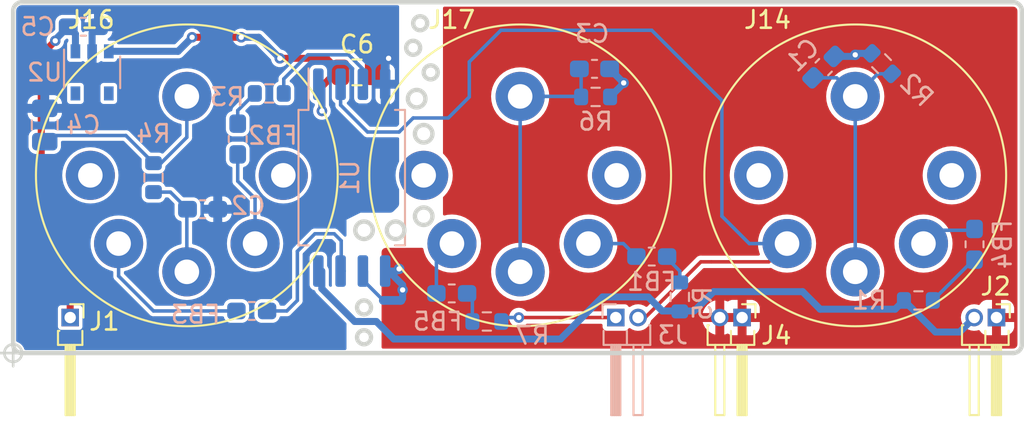
<source format=kicad_pcb>
(kicad_pcb (version 20211014) (generator pcbnew)
  (layers (0 "F.Cu" signal) (31 "B.Cu" signal) (34 "B.Paste" user) (35 "F.Paste" user) (36 "B.SilkS" user "B.Silkscreen") (37 "F.SilkS" user "F.Silkscreen") (38 "B.Mask" user) (39 "F.Mask" user) (44 "Edge.Cuts" user))
  (net 0 "")
  (net 1 "Net-(C1-Pad1)")
  (net 2 "GND")
  (net 3 "Net-(C2-Pad1)")
  (net 4 "Earth")
  (net 7 "+5V")
  (net 8 "Net-(C3-Pad1)")
  (net 11 "Net-(C4-Pad1)")
  (net 12 "Net-(FB1-Pad1)")
  (net 15 "/CSINKo")
  (net 16 "Net-(FB2-Pad1)")
  (net 17 "Net-(FB2-Pad2)")
  (net 18 "Net-(FB3-Pad2)")
  (net 19 "/CSINKi")
  (net 20 "Net-(FB4-Pad1)")
  (net 21 "/CSRCo")
  (net 22 "Net-(FB4-Pad2)")
  (net 23 "Net-(FB5-Pad2)")
  (net 24 "/MID_RX")
  (net 25 "/CSRCi")
  (net 26 "/MID_TX")
  (net 27 "+5VD")
  (net 28 "Net-(TP1-Pad2)")
  (net 29 "+12V")
  (footprint "Connector_PinHeader_1.27mm:PinHeader_1x02_P1.27mm_Horizontal" (layer "F.Cu") (at 172.05 95.975 -90)
    (fp_text reference "J2" (at -1.775 0.05 180) (layer "F.SilkS"))
    (fp_text value "Conn_01x02" hide)
    (fp_line (start 1.56 1.965) (end 0.44 1.965) (layer "F.SilkS") (width 0.12))
    (fp_line (start -0.76 -0.76) (end 0 -0.76) (layer "F.SilkS") (width 0.12))
    (fp_line (start 1.56 -0.2) (end 5.56 -0.2) (layer "F.SilkS") (width 0.12))
    (fp_line (start 5.56 1.53) (end 1.56 1.53) (layer "F.SilkS") (width 0.12))
    (fp_line (start 1.56 1.01) (end 5.56 1.01) (layer "F.SilkS") (width 0.12))
    (fp_line (start 1.56 -0.695) (end 1.56 1.965) (layer "F.SilkS") (width 0.12))
    (fp_line (start 1.56 -0.26) (end 5.56 -0.26) (layer "F.SilkS") (width 0.12))
    (fp_line (start 5.56 1.01) (end 5.56 1.53) (layer "F.SilkS") (width 0.12))
    (fp_line (start 0.76 0.635) (end 1.56 0.635) (layer "F.SilkS") (width 0.12))
    (fp_line (start 5.56 0.26) (end 1.56 0.26) (layer "F.SilkS") (width 0.12))
    (fp_line (start -0.76 0) (end -0.76 -0.76) (layer "F.SilkS") (width 0.12))
    (fp_line (start 0.76 -0.695) (end 1.56 -0.695) (layer "F.SilkS") (width 0.12))
    (fp_line (start 1.56 0.16) (end 5.56 0.16) (layer "F.SilkS") (width 0.12))
    (fp_line (start 5.56 -0.26) (end 5.56 0.26) (layer "F.SilkS") (width 0.12))
    (fp_line (start 1.56 -0.08) (end 5.56 -0.08) (layer "F.SilkS") (width 0.12))
    (fp_line (start 0.44 1.965) (end 0.44 1.889677) (layer "F.SilkS") (width 0.12))
    (fp_line (start 1.56 0.04) (end 5.56 0.04) (layer "F.SilkS") (width 0.12))
    (pad "1" thru_hole rect (at 0 0 270) (size 1 1) (drill 0.65) (layers *.Cu *.Mask) (net 2 "GND"))
    (pad "2" thru_hole oval (at 0 1.27 270) (size 1 1) (drill 0.65) (layers *.Cu *.Mask) (net 7 "+5V"))
  )
  (footprint "Connector_PinHeader_1.27mm:PinHeader_1x02_P1.27mm_Horizontal" (layer "F.Cu") (at 157.55 95.975 -90)
    (fp_text reference "J4" (at 1.025 -1.95) (layer "F.SilkS"))
    (fp_text value "Conn_01x02" hide)
    (fp_line (start 1.56 0.04) (end 5.56 0.04) (layer "F.SilkS") (width 0.12))
    (fp_line (start 5.56 -0.26) (end 5.56 0.26) (layer "F.SilkS") (width 0.12))
    (fp_line (start 1.56 -0.26) (end 5.56 -0.26) (layer "F.SilkS") (width 0.12))
    (fp_line (start 5.56 1.53) (end 1.56 1.53) (layer "F.SilkS") (width 0.12))
    (fp_line (start 1.56 1.01) (end 5.56 1.01) (layer "F.SilkS") (width 0.12))
    (fp_line (start 1.56 -0.08) (end 5.56 -0.08) (layer "F.SilkS") (width 0.12))
    (fp_line (start -0.76 0) (end -0.76 -0.76) (layer "F.SilkS") (width 0.12))
    (fp_line (start 5.56 0.26) (end 1.56 0.26) (layer "F.SilkS") (width 0.12))
    (fp_line (start 0.44 1.965) (end 0.44 1.889677) (layer "F.SilkS") (width 0.12))
    (fp_line (start 1.56 0.16) (end 5.56 0.16) (layer "F.SilkS") (width 0.12))
    (fp_line (start 5.56 1.01) (end 5.56 1.53) (layer "F.SilkS") (width 0.12))
    (fp_line (start 1.56 -0.2) (end 5.56 -0.2) (layer "F.SilkS") (width 0.12))
    (fp_line (start 0.76 -0.695) (end 1.56 -0.695) (layer "F.SilkS") (width 0.12))
    (fp_line (start 1.56 -0.695) (end 1.56 1.965) (layer "F.SilkS") (width 0.12))
    (fp_line (start -0.76 -0.76) (end 0 -0.76) (layer "F.SilkS") (width 0.12))
    (fp_line (start 0.76 0.635) (end 1.56 0.635) (layer "F.SilkS") (width 0.12))
    (fp_line (start 1.56 1.965) (end 0.44 1.965) (layer "F.SilkS") (width 0.12))
    (pad "1" thru_hole rect (at 0 0 270) (size 1 1) (drill 0.65) (layers *.Cu *.Mask) (net 2 "GND"))
    (pad "2" thru_hole oval (at 0 1.27 270) (size 1 1) (drill 0.65) (layers *.Cu *.Mask) (net 2 "GND"))
  )
  (footprint "LRJ:Jack_DIN_CUI_SD-50BV_Vertical" (layer "F.Cu") (at 164 87.87)
    (fp_text reference "J14" (at -5 -8.87) (layer "F.SilkS"))
    (fp_text value "CUI_SD-50BV" hide)
    (fp_circle (center 0 0) (end 8.6 0) (layer "F.SilkS") (width 0.12) (fill none))
    (pad "1" thru_hole circle (at 5.5 0) (size 2.8 2.8) (drill 1.4) (layers *.Cu *.Mask))
    (pad "2" thru_hole circle (at 0 5.5) (size 2.8 2.8) (drill 1.4) (layers *.Cu *.Mask) (net 1 "Net-(C1-Pad1)"))
    (pad "3" thru_hole circle (at -5.5 0) (size 2.8 2.8) (drill 1.4) (layers *.Cu *.Mask))
    (pad "4" thru_hole circle (at 3.889087 3.889087) (size 2.8 2.8) (drill 1.4) (layers *.Cu *.Mask) (net 20 "Net-(FB4-Pad1)"))
    (pad "5" thru_hole circle (at -3.889087 3.889087) (size 2.8 2.8) (drill 1.4) (layers *.Cu *.Mask) (net 24 "/MID_RX"))
    (pad "G" thru_hole circle (at 0 -4.5) (size 2.8 2.8) (drill 1.4) (layers *.Cu *.Mask) (net 1 "Net-(C1-Pad1)"))
  )
  (footprint "Capacitor_SMD:C_0805_2012Metric" (layer "F.Cu") (at 135.6 82)
    (fp_text reference "C6" (at 0 -1.6) (layer "F.SilkS"))
    (fp_text value "C_CL21B103KBANNNC" hide)
    (fp_line (start -0.261252 -0.735) (end 0.261252 -0.735) (layer "F.SilkS") (width 0.12))
    (fp_line (start -0.261252 0.735) (end 0.261252 0.735) (layer "F.SilkS") (width 0.12))
    (pad "1" smd roundrect (at -0.95 0) (size 1 1.45) (layers "F.Cu" "F.Paste" "F.Mask") (net 27 "+5VD"))
    (pad "2" smd roundrect (at 0.95 0) (size 1 1.45) (layers "F.Cu" "F.Paste" "F.Mask") (net 4 "Earth"))
  )
  (footprint "Connector_PinHeader_1.27mm:PinHeader_1x01_P1.27mm_Horizontal" (layer "F.Cu") (at 119.25 95.975 -90)
    (fp_text reference "J1" (at 0.225 -1.95) (layer "F.SilkS"))
    (fp_text value "Conn_01x01" hide)
    (fp_line (start 5.56 0.26) (end 1.56 0.26) (layer "F.SilkS") (width 0.12))
    (fp_line (start 1.56 0.695) (end 0.76 0.695) (layer "F.SilkS") (width 0.12))
    (fp_line (start 1.56 0.16) (end 5.56 0.16) (layer "F.SilkS") (width 0.12))
    (fp_line (start -0.76 -0.76) (end 0 -0.76) (layer "F.SilkS") (width 0.12))
    (fp_line (start -0.76 0) (end -0.76 -0.76) (layer "F.SilkS") (width 0.12))
    (fp_line (start 1.56 0.04) (end 5.56 0.04) (layer "F.SilkS") (width 0.12))
    (fp_line (start 1.56 -0.2) (end 5.56 -0.2) (layer "F.SilkS") (width 0.12))
    (fp_line (start 1.56 -0.695) (end 1.56 0.695) (layer "F.SilkS") (width 0.12))
    (fp_line (start 0.76 -0.695) (end 1.56 -0.695) (layer "F.SilkS") (width 0.12))
    (fp_line (start 1.56 -0.26) (end 5.56 -0.26) (layer "F.SilkS") (width 0.12))
    (fp_line (start 0.76 0.695) (end 0.76 0.619677) (layer "F.SilkS") (width 0.12))
    (fp_line (start 1.56 -0.08) (end 5.56 -0.08) (layer "F.SilkS") (width 0.12))
    (fp_line (start 5.56 -0.26) (end 5.56 0.26) (layer "F.SilkS") (width 0.12))
    (pad "1" thru_hole rect (at 0 0 270) (size 1 1) (drill 0.65) (layers *.Cu *.Mask) (net 29 "+12V"))
  )
  (footprint "LRJ:Jack_DIN_CUI_SD-50BV_Vertical" (layer "F.Cu") (at 125.9 87.87)
    (fp_text reference "J16" (at -5.45 -8.87) (layer "F.SilkS"))
    (fp_text value "CUI_SD-50BV" hide)
    (fp_circle (center 0 0) (end 8.6 0) (layer "F.SilkS") (width 0.12) (fill none))
    (pad "1" thru_hole circle (at 5.5 0) (size 2.8 2.8) (drill 1.4) (layers *.Cu *.Mask))
    (pad "2" thru_hole circle (at 0 5.5) (size 2.8 2.8) (drill 1.4) (layers *.Cu *.Mask) (net 3 "Net-(C2-Pad1)"))
    (pad "3" thru_hole circle (at -5.5 0) (size 2.8 2.8) (drill 1.4) (layers *.Cu *.Mask))
    (pad "4" thru_hole circle (at 3.889087 3.889087) (size 2.8 2.8) (drill 1.4) (layers *.Cu *.Mask) (net 16 "Net-(FB2-Pad1)"))
    (pad "5" thru_hole circle (at -3.889087 3.889087) (size 2.8 2.8) (drill 1.4) (layers *.Cu *.Mask) (net 18 "Net-(FB3-Pad2)"))
    (pad "G" thru_hole circle (at 0 -4.5) (size 2.8 2.8) (drill 1.4) (layers *.Cu *.Mask) (net 11 "Net-(C4-Pad1)"))
  )
  (footprint "LRJ:Jack_DIN_CUI_SD-50BV_Vertical" (layer "F.Cu") (at 144.9 87.87)
    (fp_text reference "J17" (at -3.9 -8.87) (layer "F.SilkS"))
    (fp_text value "CUI_SD-50BV" hide)
    (fp_circle (center 0 0) (end 8.6 0) (layer "F.SilkS") (width 0.12) (fill none))
    (pad "1" thru_hole circle (at 5.5 0) (size 2.8 2.8) (drill 1.4) (layers *.Cu *.Mask))
    (pad "2" thru_hole circle (at 0 5.5) (size 2.8 2.8) (drill 1.4) (layers *.Cu *.Mask) (net 8 "Net-(C3-Pad1)"))
    (pad "3" thru_hole circle (at -5.5 0) (size 2.8 2.8) (drill 1.4) (layers *.Cu *.Mask))
    (pad "4" thru_hole circle (at 3.889087 3.889087) (size 2.8 2.8) (drill 1.4) (layers *.Cu *.Mask) (net 12 "Net-(FB1-Pad1)"))
    (pad "5" thru_hole circle (at -3.889087 3.889087) (size 2.8 2.8) (drill 1.4) (layers *.Cu *.Mask) (net 23 "Net-(FB5-Pad2)"))
    (pad "G" thru_hole circle (at 0 -4.5) (size 2.8 2.8) (drill 1.4) (layers *.Cu *.Mask) (net 8 "Net-(C3-Pad1)"))
  )
  (footprint "Inductor_SMD:L_0603_1608Metric_Pad1.05x0.95mm_HandSolder" (layer "B.Cu") (at 129.6 95.6 180)
    (fp_text reference "FB3" (at 3.2 -0.2) (layer "B.SilkS") (effects (justify mirror)))
    (fp_text value "L_ferrite_BLM18KG102SZ1D" hide)
    (fp_line (start -0.171267 0.51) (end 0.171267 0.51) (layer "B.SilkS") (width 0.12))
    (fp_line (start -0.171267 -0.51) (end 0.171267 -0.51) (layer "B.SilkS") (width 0.12))
    (pad "1" smd roundrect (at -0.875 0 180) (size 1.05 0.95) (layers "B.Cu" "B.Paste" "B.Mask") (net 19 "/CSINKi"))
    (pad "2" smd roundrect (at 0.875 0 180) (size 1.05 0.95) (layers "B.Cu" "B.Paste" "B.Mask") (net 18 "Net-(FB3-Pad2)"))
  )
  (footprint "Capacitor_SMD:C_0603_1608Metric_Pad1.08x0.95mm_HandSolder" (layer "B.Cu") (at 120 79.4)
    (fp_text reference "C5" (at -2.6 0) (layer "B.SilkS") (effects (justify mirror)))
    (fp_text value "C_CL10B104KB8NNNL" hide)
    (fp_line (start -0.146267 0.51) (end 0.146267 0.51) (layer "B.SilkS") (width 0.12))
    (fp_line (start -0.146267 -0.51) (end 0.146267 -0.51) (layer "B.SilkS") (width 0.12))
    (pad "1" smd roundrect (at -0.8625 0) (size 1.075 0.95) (layers "B.Cu" "B.Paste" "B.Mask") (net 29 "+12V"))
    (pad "2" smd roundrect (at 0.8625 0) (size 1.075 0.95) (layers "B.Cu" "B.Paste" "B.Mask") (net 4 "Earth"))
  )
  (footprint "Resistor_SMD:R_0603_1608Metric" (layer "B.Cu") (at 154 94.8 90)
    (fp_text reference "R5" (at -0.375 1.3 90) (layer "B.SilkS") (effects (justify mirror)))
    (fp_text value "R_CRGP0603F220R" hide)
    (fp_line (start -0.237258 0.5225) (end 0.237258 0.5225) (layer "B.SilkS") (width 0.12))
    (fp_line (start -0.237258 -0.5225) (end 0.237258 -0.5225) (layer "B.SilkS") (width 0.12))
    (pad "1" smd roundrect (at -0.825 0 90) (size 0.8 0.95) (layers "B.Cu" "B.Paste" "B.Mask") (net 7 "+5V"))
    (pad "2" smd roundrect (at 0.825 0 90) (size 0.8 0.95) (layers "B.Cu" "B.Paste" "B.Mask") (net 15 "/CSINKo"))
  )
  (footprint "Inductor_SMD:L_0603_1608Metric_Pad1.05x0.95mm_HandSolder" (layer "B.Cu") (at 152.4 92.5)
    (fp_text reference "FB1" (at 0 1.43) (layer "B.SilkS") (effects (justify mirror)))
    (fp_text value "L_ferrite_BLM18KG102SZ1D" hide)
    (fp_line (start -0.171267 -0.51) (end 0.171267 -0.51) (layer "B.SilkS") (width 0.12))
    (fp_line (start -0.171267 0.51) (end 0.171267 0.51) (layer "B.SilkS") (width 0.12))
    (pad "1" smd roundrect (at -0.875 0) (size 1.05 0.95) (layers "B.Cu" "B.Paste" "B.Mask") (net 12 "Net-(FB1-Pad1)"))
    (pad "2" smd roundrect (at 0.875 0) (size 1.05 0.95) (layers "B.Cu" "B.Paste" "B.Mask") (net 15 "/CSINKo"))
  )
  (footprint "Package_SO:SOIC-8_7.5x5.85mm_P1.27mm" (layer "B.Cu") (at 135.3 88 -90)
    (fp_text reference "U1" (at 0 0.1 90) (layer "B.SilkS") (effects (justify mirror)))
    (fp_text value "ADuM226" hide)
    (fp_line (start 0 -3.035) (end -3.86 -3.035) (layer "B.SilkS") (width 0.12))
    (fp_line (start -3.86 2.465) (end -6.225 2.465) (layer "B.SilkS") (width 0.12))
    (fp_line (start 0 -3.035) (end 3.86 -3.035) (layer "B.SilkS") (width 0.12))
    (fp_line (start 3.86 -3.035) (end 3.86 -2.465) (layer "B.SilkS") (width 0.12))
    (fp_line (start 3.86 3.035) (end 3.86 2.465) (layer "B.SilkS") (width 0.12))
    (fp_line (start -3.86 -3.035) (end -3.86 -2.465) (layer "B.SilkS") (width 0.12))
    (fp_line (start 0 3.035) (end 3.86 3.035) (layer "B.SilkS") (width 0.12))
    (fp_line (start -3.86 3.035) (end -3.86 2.465) (layer "B.SilkS") (width 0.12))
    (fp_line (start 0 3.035) (end -3.86 3.035) (layer "B.SilkS") (width 0.12))
    (pad "1" smd roundrect (at -5.325 1.905 270) (size 1.8 0.6) (layers "B.Cu" "B.Paste" "B.Mask") (net 27 "+5VD"))
    (pad "2" smd roundrect (at -5.325 0.635 270) (size 1.8 0.6) (layers "B.Cu" "B.Paste" "B.Mask") (net 24 "/MID_RX"))
    (pad "3" smd roundrect (at -5.325 -0.635 270) (size 1.8 0.6) (layers "B.Cu" "B.Paste" "B.Mask") (net 25 "/CSRCi"))
    (pad "4" smd roundrect (at -5.325 -1.905 270) (size 1.8 0.6) (layers "B.Cu" "B.Paste" "B.Mask") (net 4 "Earth"))
    (pad "5" smd roundrect (at 5.325 -1.905 270) (size 1.8 0.6) (layers "B.Cu" "B.Paste" "B.Mask") (net 2 "GND"))
    (pad "6" smd roundrect (at 5.325 -0.635 270) (size 1.8 0.6) (layers "B.Cu" "B.Paste" "B.Mask") (net 28 "Net-(TP1-Pad2)"))
    (pad "7" smd roundrect (at 5.325 0.635 270) (size 1.8 0.6) (layers "B.Cu" "B.Paste" "B.Mask") (net 19 "/CSINKi"))
    (pad "8" smd roundrect (at 5.325 1.905 270) (size 1.8 0.6) (layers "B.Cu" "B.Paste" "B.Mask") (net 7 "+5V"))
  )
  (footprint "NetTie:NetTie-2_SMD_Pad0.5mm" (layer "B.Cu") (at 137.6 95 180)
    (fp_text reference "TP1" hide)
    (fp_text value "TestPoint_2Pole" hide)
    (fp_poly (pts (xy -0.5 0.25) (xy 0.5 0.25) (xy 0.5 -0.25) (xy -0.5 -0.25)) (layer "B.Cu") (width 0) (fill solid))
    (pad "1" smd circle (at -0.5 0 180) (size 0.5 0.5) (layers "B.Cu") (net 2 "GND"))
    (pad "2" smd circle (at 0.5 0 180) (size 0.5 0.5) (layers "B.Cu") (net 28 "Net-(TP1-Pad2)"))
  )
  (footprint "LRJ:DIODES_SOT-753_SC-74A" (layer "B.Cu") (at 120.5 82 -90)
    (fp_text reference "U2" (at 0 2.7 180) (layer "B.SilkS") (effects (justify mirror)))
    (fp_text value "AP7370" hide)
    (fp_line (start 0.9 1.6) (end -1.3 1.6) (layer "B.SilkS") (width 0.12))
    (fp_line (start 0.9 -1.6) (end -0.9 -1.6) (layer "B.SilkS") (width 0.12))
    (pad "1" smd rect (at -1.2 0.95 270) (size 0.8 0.55) (layers "B.Cu" "B.Paste" "B.Mask") (net 29 "+12V"))
    (pad "2" smd rect (at -1.2 0 180) (size 0.55 0.8) (layers "B.Cu" "B.Paste" "B.Mask") (net 4 "Earth"))
    (pad "3" smd rect (at -1.2 -0.95 180) (size 0.55 0.8) (layers "B.Cu" "B.Paste" "B.Mask") (net 27 "+5VD"))
    (pad "4" smd rect (at 1.2 -0.95 180) (size 0.55 0.8) (layers "B.Cu" "B.Paste" "B.Mask"))
    (pad "5" smd rect (at 1.2 0.95 180) (size 0.55 0.8) (layers "B.Cu" "B.Paste" "B.Mask"))
  )
  (footprint "Resistor_SMD:R_0603_1608Metric" (layer "B.Cu") (at 124 88 90)
    (fp_text reference "R4" (at 2.5 0 180) (layer "B.SilkS") (effects (justify mirror)))
    (fp_text value "R_ERJ-3GEYJ105V" hide)
    (fp_line (start -0.237258 0.5225) (end 0.237258 0.5225) (layer "B.SilkS") (width 0.12))
    (fp_line (start -0.237258 -0.5225) (end 0.237258 -0.5225) (layer "B.SilkS") (width 0.12))
    (pad "1" smd roundrect (at -0.825 0 90) (size 0.8 0.95) (layers "B.Cu" "B.Paste" "B.Mask") (net 3 "Net-(C2-Pad1)"))
    (pad "2" smd roundrect (at 0.825 0 90) (size 0.8 0.95) (layers "B.Cu" "B.Paste" "B.Mask") (net 11 "Net-(C4-Pad1)"))
  )
  (footprint "Capacitor_SMD:C_0603_1608Metric_Pad1.08x0.95mm_HandSolder" (layer "B.Cu") (at 126.8 89.8)
    (fp_text reference "C2" (at 2.6 -0.2) (layer "B.SilkS") (effects (justify mirror)))
    (fp_text value "C_CL10B104KB8NNNL" hide)
    (fp_line (start -0.146267 0.51) (end 0.146267 0.51) (layer "B.SilkS") (width 0.12))
    (fp_line (start -0.146267 -0.51) (end 0.146267 -0.51) (layer "B.SilkS") (width 0.12))
    (pad "1" smd roundrect (at -0.8625 0) (size 1.075 0.95) (layers "B.Cu" "B.Paste" "B.Mask") (net 3 "Net-(C2-Pad1)"))
    (pad "2" smd roundrect (at 0.8625 0) (size 1.075 0.95) (layers "B.Cu" "B.Paste" "B.Mask") (net 4 "Earth"))
  )
  (footprint "Capacitor_SMD:C_0805_2012Metric" (layer "B.Cu") (at 117.8 85 90)
    (fp_text reference "C4" (at 0 2.2 180) (layer "B.SilkS") (effects (justify mirror)))
    (fp_text value "C_CL21B103KBANNNC" hide)
    (fp_line (start -0.261252 0.735) (end 0.261252 0.735) (layer "B.SilkS") (width 0.12))
    (fp_line (start -0.261252 -0.735) (end 0.261252 -0.735) (layer "B.SilkS") (width 0.12))
    (pad "1" smd roundrect (at -0.95 0 90) (size 1 1.45) (layers "B.Cu" "B.Paste" "B.Mask") (net 11 "Net-(C4-Pad1)"))
    (pad "2" smd roundrect (at 0.95 0 90) (size 1 1.45) (layers "B.Cu" "B.Paste" "B.Mask") (net 4 "Earth"))
  )
  (footprint "Resistor_SMD:R_0603_1608Metric" (layer "B.Cu") (at 165.5 81.5 -45)
    (fp_text reference "R2" (at 2.474874 -0.353553 -45) (layer "B.SilkS") (effects (justify mirror)))
    (fp_text value "R_ERJ-3GEYJ105V" hide)
    (fp_line (start -0.237258 0.5225) (end 0.237258 0.5225) (layer "B.SilkS") (width 0.12))
    (fp_line (start -0.237258 -0.5225) (end 0.237258 -0.5225) (layer "B.SilkS") (width 0.12))
    (pad "1" smd roundrect (at -0.825 0 315) (size 0.8 0.95) (layers "B.Cu" "B.Paste" "B.Mask") (net 2 "GND"))
    (pad "2" smd roundrect (at 0.825 0 315) (size 0.8 0.95) (layers "B.Cu" "B.Paste" "B.Mask") (net 1 "Net-(C1-Pad1)"))
  )
  (footprint "Inductor_SMD:L_0603_1608Metric_Pad1.05x0.95mm_HandSolder" (layer "B.Cu") (at 128.8 85.8 90)
    (fp_text reference "FB2" (at 0.2 2 180) (layer "B.SilkS") (effects (justify mirror)))
    (fp_text value "L_ferrite_BLM18KG102SZ1D" hide)
    (fp_line (start -0.171267 -0.51) (end 0.171267 -0.51) (layer "B.SilkS") (width 0.12))
    (fp_line (start -0.171267 0.51) (end 0.171267 0.51) (layer "B.SilkS") (width 0.12))
    (pad "1" smd roundrect (at -0.875 0 90) (size 1.05 0.95) (layers "B.Cu" "B.Paste" "B.Mask") (net 16 "Net-(FB2-Pad1)"))
    (pad "2" smd roundrect (at 0.875 0 90) (size 1.05 0.95) (layers "B.Cu" "B.Paste" "B.Mask") (net 17 "Net-(FB2-Pad2)"))
  )
  (footprint "Capacitor_SMD:C_0603_1608Metric_Pad1.08x0.95mm_HandSolder" (layer "B.Cu") (at 162.2 81.7 45)
    (fp_text reference "C1" (at -0.353553 -1.343503 45) (layer "B.SilkS") (effects (justify mirror)))
    (fp_text value "C_CL10B104KB8NNNL" hide)
    (fp_line (start -0.146267 0.51) (end 0.146267 0.51) (layer "B.SilkS") (width 0.12))
    (fp_line (start -0.146267 -0.51) (end 0.146267 -0.51) (layer "B.SilkS") (width 0.12))
    (pad "1" smd roundrect (at -0.8625 0 45) (size 1.075 0.95) (layers "B.Cu" "B.Paste" "B.Mask") (net 1 "Net-(C1-Pad1)"))
    (pad "2" smd roundrect (at 0.8625 0 45) (size 1.075 0.95) (layers "B.Cu" "B.Paste" "B.Mask") (net 2 "GND"))
  )
  (footprint "Resistor_SMD:R_0603_1608Metric" (layer "B.Cu") (at 143 96.2 180)
    (fp_text reference "R7" (at -2.6 -0.8 180) (layer "B.SilkS") (effects (justify mirror)))
    (fp_text value "R_CRGP0603F220R" hide)
    (fp_line (start -0.237258 -0.5225) (end 0.237258 -0.5225) (layer "B.SilkS") (width 0.12))
    (fp_line (start -0.237258 0.5225) (end 0.237258 0.5225) (layer "B.SilkS") (width 0.12))
    (pad "1" smd roundrect (at -0.825 0 180) (size 0.8 0.95) (layers "B.Cu" "B.Paste" "B.Mask") (net 26 "/MID_TX"))
    (pad "2" smd roundrect (at 0.825 0 180) (size 0.8 0.95) (layers "B.Cu" "B.Paste" "B.Mask") (net 21 "/CSRCo"))
  )
  (footprint "Inductor_SMD:L_0603_1608Metric_Pad1.05x0.95mm_HandSolder" (layer "B.Cu") (at 170.8 91.8 -90)
    (fp_text reference "FB4" (at 0 -1.6 90) (layer "B.SilkS") (effects (justify mirror)))
    (fp_text value "L_ferrite_BLM18KG102SZ1D" hide)
    (fp_line (start -0.171267 -0.51) (end 0.171267 -0.51) (layer "B.SilkS") (width 0.12))
    (fp_line (start -0.171267 0.51) (end 0.171267 0.51) (layer "B.SilkS") (width 0.12))
    (pad "1" smd roundrect (at -0.875 0 270) (size 1.05 0.95) (layers "B.Cu" "B.Paste" "B.Mask") (net 20 "Net-(FB4-Pad1)"))
    (pad "2" smd roundrect (at 0.875 0 270) (size 1.05 0.95) (layers "B.Cu" "B.Paste" "B.Mask") (net 22 "Net-(FB4-Pad2)"))
  )
  (footprint "Inductor_SMD:L_0603_1608Metric_Pad1.05x0.95mm_HandSolder" (layer "B.Cu") (at 141 94.6 180)
    (fp_text reference "FB5" (at 0.8 -1.6) (layer "B.SilkS") (effects (justify mirror)))
    (fp_text value "L_ferrite_BLM18KG102SZ1D" hide)
    (fp_line (start -0.171267 0.51) (end 0.171267 0.51) (layer "B.SilkS") (width 0.12))
    (fp_line (start -0.171267 -0.51) (end 0.171267 -0.51) (layer "B.SilkS") (width 0.12))
    (pad "1" smd roundrect (at -0.875 0 180) (size 1.05 0.95) (layers "B.Cu" "B.Paste" "B.Mask") (net 21 "/CSRCo"))
    (pad "2" smd roundrect (at 0.875 0 180) (size 1.05 0.95) (layers "B.Cu" "B.Paste" "B.Mask") (net 23 "Net-(FB5-Pad2)"))
  )
  (footprint "Resistor_SMD:R_0603_1608Metric" (layer "B.Cu") (at 130.6 83.2 180)
    (fp_text reference "R3" (at 2.4 -0.2) (layer "B.SilkS") (effects (justify mirror)))
    (fp_text value "R_CRGP0603F220R" hide)
    (fp_line (start -0.237258 -0.5225) (end 0.237258 -0.5225) (layer "B.SilkS") (width 0.12))
    (fp_line (start -0.237258 0.5225) (end 0.237258 0.5225) (layer "B.SilkS") (width 0.12))
    (pad "1" smd roundrect (at -0.825 0 180) (size 0.8 0.95) (layers "B.Cu" "B.Paste" "B.Mask") (net 25 "/CSRCi"))
    (pad "2" smd roundrect (at 0.825 0 180) (size 0.8 0.95) (layers "B.Cu" "B.Paste" "B.Mask") (net 17 "Net-(FB2-Pad2)"))
  )
  (footprint "Resistor_SMD:R_0603_1608Metric" (layer "B.Cu") (at 149.2 83.4 180)
    (fp_text reference "R6" (at 0 -1.4) (layer "B.SilkS") (effects (justify mirror)))
    (fp_text value "R_ERJ-3GEYJ105V" hide)
    (fp_line (start -0.237258 -0.5225) (end 0.237258 -0.5225) (layer "B.SilkS") (width 0.12))
    (fp_line (start -0.237258 0.5225) (end 0.237258 0.5225) (layer "B.SilkS") (width 0.12))
    (pad "1" smd roundrect (at -0.825 0 180) (size 0.8 0.95) (layers "B.Cu" "B.Paste" "B.Mask") (net 2 "GND"))
    (pad "2" smd roundrect (at 0.825 0 180) (size 0.8 0.95) (layers "B.Cu" "B.Paste" "B.Mask") (net 8 "Net-(C3-Pad1)"))
  )
  (footprint "Connector_PinHeader_1.27mm:PinHeader_1x02_P1.27mm_Horizontal" (layer "B.Cu") (at 150.35 95.975 -90)
    (fp_text reference "J3" (at 1 -3.25 180) (layer "B.SilkS") (effects (justify mirror)))
    (fp_text value "Conn_01x02" hide)
    (fp_line (start 1.56 -1.965) (end 0.44 -1.965) (layer "B.SilkS") (width 0.12))
    (fp_line (start 5.56 -0.26) (end 1.56 -0.26) (layer "B.SilkS") (width 0.12))
    (fp_line (start -0.76 0.76) (end 0 0.76) (layer "B.SilkS") (width 0.12))
    (fp_line (start 0.76 0.695) (end 1.56 0.695) (layer "B.SilkS") (width 0.12))
    (fp_line (start 5.56 -1.53) (end 1.56 -1.53) (layer "B.SilkS") (width 0.12))
    (fp_line (start 1.56 0.2) (end 5.56 0.2) (layer "B.SilkS") (width 0.12))
    (fp_line (start 0.76 -0.635) (end 1.56 -0.635) (layer "B.SilkS") (width 0.12))
    (fp_line (start -0.76 0) (end -0.76 0.76) (layer "B.SilkS") (width 0.12))
    (fp_line (start 1.56 0.08) (end 5.56 0.08) (layer "B.SilkS") (width 0.12))
    (fp_line (start 5.56 0.26) (end 5.56 -0.26) (layer "B.SilkS") (width 0.12))
    (fp_line (start 1.56 0.695) (end 1.56 -1.965) (layer "B.SilkS") (width 0.12))
    (fp_line (start 1.56 0.26) (end 5.56 0.26) (layer "B.SilkS") (width 0.12))
    (fp_line (start 1.56 -0.16) (end 5.56 -0.16) (layer "B.SilkS") (width 0.12))
    (fp_line (start 5.56 -1.01) (end 5.56 -1.53) (layer "B.SilkS") (width 0.12))
    (fp_line (start 0.44 -1.965) (end 0.44 -1.889677) (layer "B.SilkS") (width 0.12))
    (fp_line (start 1.56 -1.01) (end 5.56 -1.01) (layer "B.SilkS") (width 0.12))
    (fp_line (start 1.56 -0.04) (end 5.56 -0.04) (layer "B.SilkS") (width 0.12))
    (pad "1" thru_hole rect (at 0 0 270) (size 1 1) (drill 0.65) (layers *.Cu *.Mask) (net 26 "/MID_TX"))
    (pad "2" thru_hole oval (at 0 -1.27 270) (size 1 1) (drill 0.65) (layers *.Cu *.Mask) (net 24 "/MID_RX"))
  )
  (footprint "Resistor_SMD:R_0603_1608Metric" (layer "B.Cu") (at 167.6 95)
    (fp_text reference "R1" (at -2.8 0) (layer "B.SilkS") (effects (justify mirror)))
    (fp_text value "R_CRGP0603F220R" hide)
    (fp_line (start -0.237258 -0.5225) (end 0.237258 -0.5225) (layer "B.SilkS") (width 0.12))
    (fp_line (start -0.237258 0.5225) (end 0.237258 0.5225) (layer "B.SilkS") (width 0.12))
    (pad "1" smd roundrect (at -0.825 0) (size 0.8 0.95) (layers "B.Cu" "B.Paste" "B.Mask") (net 7 "+5V"))
    (pad "2" smd roundrect (at 0.825 0) (size 0.8 0.95) (layers "B.Cu" "B.Paste" "B.Mask") (net 22 "Net-(FB4-Pad2)"))
  )
  (footprint "Capacitor_SMD:C_0603_1608Metric_Pad1.08x0.95mm_HandSolder" (layer "B.Cu") (at 149.1375 81.8)
    (fp_text reference "C3" (at -0.1375 -2) (layer "B.SilkS") (effects (justify mirror)))
    (fp_text value "C_CL10B104KB8NNNL" hide)
    (fp_line (start -0.146267 -0.51) (end 0.146267 -0.51) (layer "B.SilkS") (width 0.12))
    (fp_line (start -0.146267 0.51) (end 0.146267 0.51) (layer "B.SilkS") (width 0.12))
    (pad "1" smd roundrect (at -0.8625 0) (size 1.075 0.95) (layers "B.Cu" "B.Paste" "B.Mask") (net 8 "Net-(C3-Pad1)"))
    (pad "2" smd roundrect (at 0.8625 0) (size 1.075 0.95) (layers "B.Cu" "B.Paste" "B.Mask") (net 2 "GND"))
  )
  (gr_circle (center 136 91) (end 136 91.5) (layer "Edge.Cuts") (width 0.25) (fill none))
  (gr_circle (center 136 95.4) (end 136.4 95.4) (layer "Edge.Cuts") (width 0.25) (fill none))
  (gr_arc (start 173.5 97.5) (mid 173.353553 97.853553) (end 173 98) (layer "Edge.Cuts") (width 0.25))
  (gr_circle (center 139.4 90.2) (end 139.4 90.7) (layer "Edge.Cuts") (width 0.25) (fill none))
  (gr_arc (start 116 78.5) (mid 116.146447 78.146447) (end 116.5 78) (layer "Edge.Cuts") (width 0.25))
  (gr_circle (center 139.2 79.2) (end 139.6 79.2) (layer "Edge.Cuts") (width 0.25) (fill none))
  (gr_circle (center 138.8 80.6) (end 139.2 80.6) (layer "Edge.Cuts") (width 0.25) (fill none))
  (gr_circle (center 139 83.5) (end 139 84) (layer "Edge.Cuts") (width 0.25) (fill none))
  (gr_circle (center 139.4 85.5) (end 139.4 86) (layer "Edge.Cuts") (width 0.25) (fill none))
  (gr_line (start 173 78) (end 116.5 78) (layer "Edge.Cuts") (width 0.25))
  (gr_circle (center 136 97.1) (end 136.4 97.1) (layer "Edge.Cuts") (width 0.25) (fill none))
  (gr_arc (start 116.5 98) (mid 116.146447 97.853553) (end 116 97.5) (layer "Edge.Cuts") (width 0.25))
  (gr_line (start 116 78.5) (end 116 97.5) (layer "Edge.Cuts") (width 0.25))
  (gr_line (start 173.5 97.5) (end 173.5 78.5) (layer "Edge.Cuts") (width 0.25))
  (gr_circle (center 139.8 82) (end 140.2 82) (layer "Edge.Cuts") (width 0.25) (fill none))
  (gr_circle (center 137.8 91) (end 137.8 91.5) (layer "Edge.Cuts") (width 0.25) (fill none))
  (gr_line (start 116.5 98) (end 173 98) (layer "Edge.Cuts") (width 0.25))
  (gr_arc (start 173 78) (mid 173.353553 78.146447) (end 173.5 78.5) (layer "Edge.Cuts") (width 0.25))
  (target plus (at 116 98) (size 1.5) (width 0.15) (layer "Edge.Cuts"))
  (segment (start 165.286637 82.083363) (end 164 83.37) (width 0.2) (layer "B.Cu") (net 1))
  (segment (start 166.083363 82.083363) (end 165.286637 82.083363) (width 0.2) (layer "B.Cu") (net 1))
  (segment (start 161.59012 82.30988) (end 162.93988 82.30988) (width 0.2) (layer "B.Cu") (net 1))
  (segment (start 162.93988 82.30988) (end 164 83.37) (width 0.2) (layer "B.Cu") (net 1))
  (segment (start 164 93.37) (end 164 83.37) (width 0.2) (layer "B.Cu") (net 1))
  (via (at 138 93.2) (size 0.6) (drill 0.3) (layers "F.Cu" "B.Cu") (net 2))
  (via (at 164 81) (size 0.6) (drill 0.3) (layers "F.Cu" "B.Cu") (net 2))
  (via (at 138.2 94.4) (size 0.6) (drill 0.3) (layers "F.Cu" "B.Cu") (net 2))
  (via (at 150.8 82.6) (size 0.6) (drill 0.3) (layers "F.Cu" "B.Cu") (net 2))
  (segment (start 138.2 94.4) (end 138.2 94.12) (width 0.4) (layer "B.Cu") (net 2))
  (segment (start 162.80988 81.09012) (end 163.90988 81.09012) (width 0.4) (layer "B.Cu") (net 2))
  (segment (start 150.8 82.625) (end 150.025 83.4) (width 0.4) (layer "B.Cu") (net 2))
  (segment (start 138.1 95) (end 138.2 94.9) (width 0.4) (layer "B.Cu") (net 2))
  (segment (start 138.2 94.9) (end 138.2 94.4) (width 0.4) (layer "B.Cu") (net 2))
  (segment (start 150.8 82.6) (end 150 81.8) (width 0.4) (layer "B.Cu") (net 2))
  (segment (start 138.2 94.12) (end 137.405 93.325) (width 0.4) (layer "B.Cu") (net 2))
  (segment (start 137.205 93.325) (end 137.875 93.325) (width 0.4) (layer "B.Cu") (net 2))
  (segment (start 163.90988 81.09012) (end 164 81) (width 0.4) (layer "B.Cu") (net 2))
  (segment (start 150.8 82.6) (end 150.8 82.625) (width 0.4) (layer "B.Cu") (net 2))
  (segment (start 164.916637 80.916637) (end 164.083363 80.916637) (width 0.4) (layer "B.Cu") (net 2))
  (segment (start 137.875 93.325) (end 138 93.2) (width 0.4) (layer "B.Cu") (net 2))
  (segment (start 164.083363 80.916637) (end 164 81) (width 0.4) (layer "B.Cu") (net 2))
  (segment (start 124.9625 88.825) (end 125.9375 89.8) (width 0.2) (layer "B.Cu") (net 3))
  (segment (start 124 88.825) (end 124.9625 88.825) (width 0.2) (layer "B.Cu") (net 3))
  (segment (start 125.9 93.37) (end 125.9 89.8375) (width 0.2) (layer "B.Cu") (net 3))
  (segment (start 125.9 89.8375) (end 125.9375 89.8) (width 0.2) (layer "B.Cu") (net 3))
  (segment (start 136.6 82) (end 137.4 81.2) (width 0.4) (layer "F.Cu") (net 4))
  (segment (start 136.55 82) (end 136.6 82) (width 0.4) (layer "F.Cu") (net 4))
  (via (at 137.4 81.2) (size 0.6) (drill 0.3) (layers "F.Cu" "B.Cu") (net 4))
  (segment (start 120.5 80.8) (end 120.5 79.7625) (width 0.4) (layer "B.Cu") (net 4))
  (segment (start 120.5 79.7625) (end 120.8625 79.4) (width 0.4) (layer "B.Cu") (net 4))
  (segment (start 166.275 95.5) (end 166.775 95) (width 0.4) (layer "B.Cu") (net 7))
  (segment (start 154.825 95.6) (end 155.925 94.5) (width 0.4) (layer "B.Cu") (net 7))
  (segment (start 168.575 96.8) (end 166.775 95) (width 0.4) (layer "B.Cu") (net 7))
  (segment (start 169.955 96.8) (end 168.575 96.8) (width 0.4) (layer "B.Cu") (net 7))
  (segment (start 161 94.5) (end 162 95.5) (width 0.4) (layer "B.Cu") (net 7))
  (segment (start 149.6 94.8) (end 147.2 97.2) (width 0.4) (layer "B.Cu") (net 7))
  (segment (start 133.595 94.328464) (end 133.595 93.325) (width 0.4) (layer "B.Cu") (net 7))
  (segment (start 147.2 97.2) (end 137.7 97.2) (width 0.4) (layer "B.Cu") (net 7))
  (segment (start 137.7 97.2) (end 136.7 96.2) (width 0.4) (layer "B.Cu") (net 7))
  (segment (start 136.7 96.2) (end 135.466536 96.2) (width 0.4) (layer "B.Cu") (net 7))
  (segment (start 155.925 94.5) (end 161 94.5) (width 0.4) (layer "B.Cu") (net 7))
  (segment (start 153 95.6) (end 152.2 94.8) (width 0.4) (layer "B.Cu") (net 7))
  (segment (start 170.78 95.975) (end 169.955 96.8) (width 0.4) (layer "B.Cu") (net 7))
  (segment (start 135.466536 96.2) (end 133.595 94.328464) (width 0.4) (layer "B.Cu") (net 7))
  (segment (start 152.2 94.8) (end 149.6 94.8) (width 0.4) (layer "B.Cu") (net 7))
  (segment (start 154.8 95.6) (end 153 95.6) (width 0.4) (layer "B.Cu") (net 7))
  (segment (start 162 95.5) (end 166.275 95.5) (width 0.4) (layer "B.Cu") (net 7))
  (segment (start 144.9 83.37) (end 144.9 93.37) (width 0.2) (layer "B.Cu") (net 8))
  (segment (start 148.345 83.37) (end 144.9 83.37) (width 0.2) (layer "B.Cu") (net 8))
  (segment (start 148.375 83.4) (end 148.375 81.9) (width 0.2) (layer "B.Cu") (net 8))
  (segment (start 148.375 83.4) (end 148.345 83.37) (width 0.2) (layer "B.Cu") (net 8))
  (segment (start 148.375 81.9) (end 148.275 81.8) (width 0.2) (layer "B.Cu") (net 8))
  (segment (start 118.15 85.6) (end 122.425 85.6) (width 0.2) (layer "B.Cu") (net 11))
  (segment (start 125.9 85.7) (end 125.9 83.37) (width 0.2) (layer "B.Cu") (net 11))
  (segment (start 124.425 87.175) (end 125.9 85.7) (width 0.2) (layer "B.Cu") (net 11))
  (segment (start 124 87.175) (end 124.425 87.175) (width 0.2) (layer "B.Cu") (net 11))
  (segment (start 117.8 85.95) (end 118.15 85.6) (width 0.2) (layer "B.Cu") (net 11))
  (segment (start 122.425 85.6) (end 124 87.175) (width 0.2) (layer "B.Cu") (net 11))
  (segment (start 150.784087 91.759087) (end 148.789087 91.759087) (width 0.2) (layer "B.Cu") (net 12))
  (segment (start 151.525 92.5) (end 150.784087 91.759087) (width 0.2) (layer "B.Cu") (net 12))
  (segment (start 154 93.325) (end 154 93.975) (width 0.2) (layer "B.Cu") (net 15))
  (segment (start 153.275 92.6) (end 154 93.325) (width 0.2) (layer "B.Cu") (net 15))
  (segment (start 129.789087 89.189087) (end 129.789087 91.759087) (width 0.2) (layer "B.Cu") (net 16))
  (segment (start 128.8 86.675) (end 128.8 88.2) (width 0.2) (layer "B.Cu") (net 16))
  (segment (start 128.8 88.2) (end 129.789087 89.189087) (width 0.2) (layer "B.Cu") (net 16))
  (segment (start 128.8 84.175) (end 129.775 83.2) (width 0.2) (layer "B.Cu") (net 17))
  (segment (start 128.8 84.925) (end 128.8 84.175) (width 0.2) (layer "B.Cu") (net 17))
  (segment (start 124 95.6) (end 122.010913 93.610913) (width 0.2) (layer "B.Cu") (net 18))
  (segment (start 128.725 95.6) (end 124 95.6) (width 0.2) (layer "B.Cu") (net 18))
  (segment (start 122.010913 93.610913) (end 122.010913 91.759087) (width 0.2) (layer "B.Cu") (net 18))
  (segment (start 134.7 91.6) (end 134.3 91.2) (width 0.2) (layer "B.Cu") (net 19))
  (segment (start 134.865 93.325) (end 134.8 93.26) (width 0.2) (layer "B.Cu") (net 19))
  (segment (start 133.2 91.2) (end 132.2 92.2) (width 0.2) (layer "B.Cu") (net 19))
  (segment (start 131.6 95.6) (end 130.475 95.6) (width 0.2) (layer "B.Cu") (net 19))
  (segment (start 134.3 91.2) (end 133.2 91.2) (width 0.2) (layer "B.Cu") (net 19))
  (segment (start 134.7 93.26) (end 134.7 91.6) (width 0.2) (layer "B.Cu") (net 19))
  (segment (start 132.2 95) (end 131.6 95.6) (width 0.2) (layer "B.Cu") (net 19))
  (segment (start 132.2 92.2) (end 132.2 95) (width 0.2) (layer "B.Cu") (net 19))
  (segment (start 167.889087 91.759087) (end 168.648174 91) (width 0.2) (layer "B.Cu") (net 20))
  (segment (start 168.648174 91) (end 170.725 91) (width 0.2) (layer "B.Cu") (net 20))
  (segment (start 170.725 91) (end 170.8 90.925) (width 0.2) (layer "B.Cu") (net 20))
  (segment (start 142.175 94.9) (end 141.875 94.6) (width 0.2) (layer "B.Cu") (net 21))
  (segment (start 142.175 96.2) (end 142.175 94.9) (width 0.2) (layer "B.Cu") (net 21))
  (segment (start 168.425 95) (end 170.75 92.675) (width 0.2) (layer "B.Cu") (net 22))
  (segment (start 170.75 92.675) (end 170.8 92.675) (width 0.2) (layer "B.Cu") (net 22))
  (segment (start 140.125 94.6) (end 140.125 92.645) (width 0.2) (layer "B.Cu") (net 23))
  (segment (start 140.125 92.645) (end 141.010913 91.759087) (width 0.2) (layer "B.Cu") (net 23))
  (segment (start 152.025 95.975) (end 155.2 92.8) (width 0.2) (layer "F.Cu") (net 24))
  (segment (start 155.8 92.8) (end 159.07 92.8) (width 0.2) (layer "F.Cu") (net 24))
  (segment (start 159.07 92.8) (end 160.110913 91.759087) (width 0.2) (layer "F.Cu") (net 24))
  (segment (start 155.2 92.8) (end 155.8 92.8) (width 0.2) (layer "F.Cu") (net 24))
  (segment (start 151.62 95.975) (end 152.025 95.975) (width 0.2) (layer "F.Cu") (net 24))
  (segment (start 156.4 83.6) (end 156.4 90.2) (width 0.2) (layer "B.Cu") (net 24))
  (segment (start 134.665 82.675) (end 134.665 83.865) (width 0.2) (layer "B.Cu") (net 24))
  (segment (start 152.4 79.6) (end 156.4 83.6) (width 0.2) (layer "B.Cu") (net 24))
  (segment (start 138.8 84.6) (end 140.8 84.6) (width 0.2) (layer "B.Cu") (net 24))
  (segment (start 156.4 90.2) (end 157.959087 91.759087) (width 0.2) (layer "B.Cu") (net 24))
  (segment (start 140.8 84.6) (end 142 83.4) (width 0.2) (layer "B.Cu") (net 24))
  (segment (start 136.2 85.4) (end 138 85.4) (width 0.2) (layer "B.Cu") (net 24))
  (segment (start 142 81.4) (end 143.8 79.6) (width 0.2) (layer "B.Cu") (net 24))
  (segment (start 157.959087 91.759087) (end 160.110913 91.759087) (width 0.2) (layer "B.Cu") (net 24))
  (segment (start 134.665 83.865) (end 136.2 85.4) (width 0.2) (layer "B.Cu") (net 24))
  (segment (start 143.8 79.6) (end 152.4 79.6) (width 0.2) (layer "B.Cu") (net 24))
  (segment (start 138 85.4) (end 138.8 84.6) (width 0.2) (layer "B.Cu") (net 24))
  (segment (start 142 83.4) (end 142 81.4) (width 0.2) (layer "B.Cu") (net 24))
  (segment (start 132.8 81) (end 131.425 82.375) (width 0.2) (layer "B.Cu") (net 25))
  (segment (start 131.425 82.375) (end 131.425 83.2) (width 0.2) (layer "B.Cu") (net 25))
  (segment (start 135.12452 81) (end 132.8 81) (width 0.2) (layer "B.Cu") (net 25))
  (segment (start 135.935 82.675) (end 135.935 81.81048) (width 0.2) (layer "B.Cu") (net 25))
  (segment (start 135.935 81.81048) (end 135.12452 81) (width 0.2) (layer "B.Cu") (net 25))
  (segment (start 150.35 95.975) (end 144.825 95.975) (width 0.2) (layer "F.Cu") (net 26))
  (via (at 144.825 95.975) (size 0.6) (drill 0.3) (layers "F.Cu" "B.Cu") (net 26))
  (segment (start 144.05 95.975) (end 144.825 95.975) (width 0.2) (layer "B.Cu") (net 26))
  (segment (start 143.825 96.2) (end 144.05 95.975) (width 0.2) (layer "B.Cu") (net 26))
  (segment (start 134.65 82) (end 134.4 82) (width 0.4) (layer "F.Cu") (net 27))
  (segment (start 131.2 81.2) (end 133.85 81.2) (width 0.4) (layer "F.Cu") (net 27))
  (segment (start 133.6 82.8) (end 133.6 84.2) (width 0.4) (layer "F.Cu") (net 27))
  (segment (start 134.4 82) (end 133.6 82.8) (width 0.4) (layer "F.Cu") (net 27))
  (segment (start 133.85 81.2) (end 134.65 82) (width 0.4) (layer "F.Cu") (net 27))
  (segment (start 126.2 80) (end 129 80) (width 0.4) (layer "F.Cu") (net 27))
  (via (at 131.2 81.2) (size 0.6) (drill 0.3) (layers "F.Cu" "B.Cu") (net 27))
  (via (at 133.6 84.2) (size 0.6) (drill 0.3) (layers "F.Cu" "B.Cu") (net 27))
  (via (at 129 80) (size 0.6) (drill 0.3) (layers "F.Cu" "B.Cu") (net 27))
  (via (at 126.2 80) (size 0.6) (drill 0.3) (layers "F.Cu" "B.Cu") (net 27))
  (segment (start 133.6 82.68) (end 133.595 82.675) (width 0.4) (layer "B.Cu") (net 27))
  (segment (start 130 80) (end 129 80) (width 0.4) (layer "B.Cu") (net 27))
  (segment (start 126.2 80) (end 125.4 80.8) (width 0.4) (layer "B.Cu") (net 27))
  (segment (start 131.2 81.2) (end 130 80) (width 0.4) (layer "B.Cu") (net 27))
  (segment (start 125.4 80.8) (end 121.45 80.8) (width 0.4) (layer "B.Cu") (net 27))
  (segment (start 133.6 84.2) (end 133.6 82.68) (width 0.4) (layer "B.Cu") (net 27))
  (segment (start 136.135 94.035) (end 137.1 95) (width 0.2) (layer "B.Cu") (net 28))
  (segment (start 136.135 93.325) (end 136.135 94.035) (width 0.2) (layer "B.Cu") (net 28))
  (segment (start 117.6 92.8) (end 117.6 81) (width 0.4) (layer "F.Cu") (net 29))
  (segment (start 119.25 94.45) (end 117.6 92.8) (width 0.4) (layer "F.Cu") (net 29))
  (segment (start 117.6 81) (end 118.4 80.2) (width 0.4) (layer "F.Cu") (net 29))
  (segment (start 119.25 95.975) (end 119.25 94.45) (width 0.4) (layer "F.Cu") (net 29))
  (via (at 118.4 80.2) (size 0.6) (drill 0.3) (layers "F.Cu" "B.Cu") (net 29))
  (segment (start 118.4 80.2) (end 118.4 80.1375) (width 0.4) (layer "B.Cu") (net 29))
  (segment (start 119.55 79.8125) (end 119.1375 79.4) (width 0.4) (layer "B.Cu") (net 29))
  (segment (start 119.55 80.8) (end 119.55 79.8125) (width 0.4) (layer "B.Cu") (net 29))
  (segment (start 118.4 80.1375) (end 119.1375 79.4) (width 0.4) (layer "B.Cu") (net 29))
  (zone (net 2) (net_name "GND") (layer "F.Cu") (name "GND") (connect_pads (clearance 0.254)) (min_thickness 0.154) (fill yes (thermal_gap 0.508) (thermal_bridge_width 0.508) (smoothing fillet) (radius 0.25))
    (polygon (pts (xy 173.5 98) (xy 137 98) (xy 137 92) (xy 140.5 92) (xy 140.5 78) (xy 173.5 78)))
  )
  (zone (net 4) (net_name "Earth") (layer "B.Cu") (name "Earth") (priority 1) (connect_pads (clearance 0.17)) (min_thickness 0.154) (fill yes (thermal_gap 0.254) (thermal_bridge_width 0.508) (smoothing fillet) (radius 0.25))
    (polygon (pts (xy 116 78) (xy 138 78) (xy 138 89.6) (xy 137.8 89.8) (xy 137.6 90) (xy 135.8 90) (xy 135.4 90.2) (xy 135 90.4) (xy 135 98) (xy 116 98)))
  )
)
</source>
